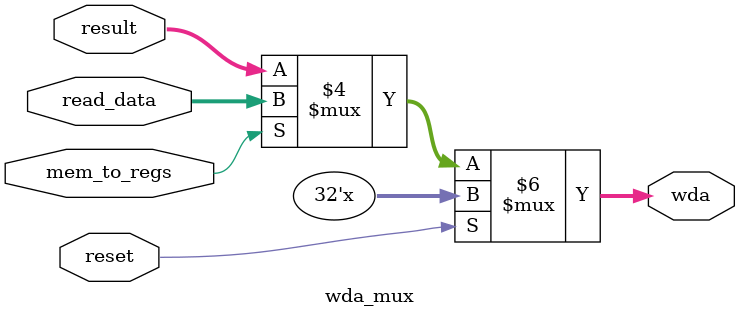
<source format=v>
module wda_mux (
    input wire reset,
    input wire mem_to_regs,
    input wire [31:0] result,
    input wire [31:0] read_data,
    output wire [31:0] wda
);

    always @* begin
        if (!reset) begin
            if(mem_to_regs) begin
                wda <= read_data;
            end
            else begin
                wda <= result;
            end
        end
    end
endmodule
</source>
